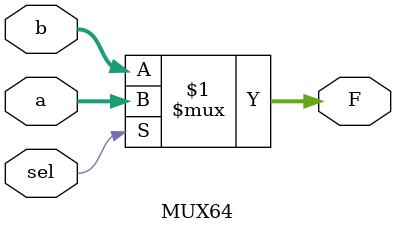
<source format=v>
module MUX64 (input [63:0]a, b, 
            input sel, 
            output wire [63:0] F);
    assign F = sel? a:b;
    endmodule


</source>
